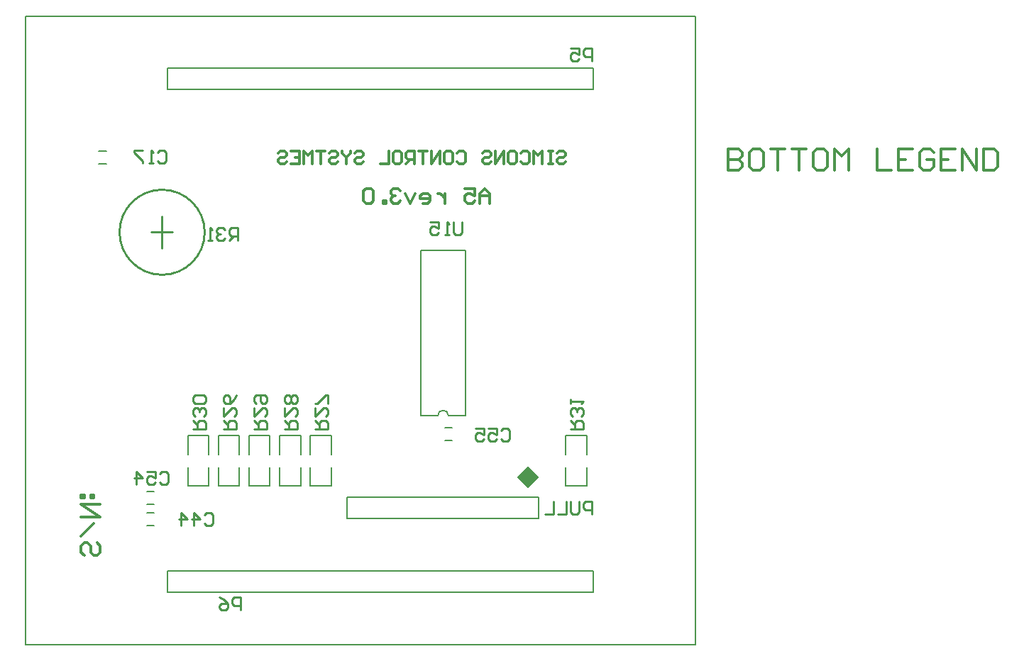
<source format=gbo>
%FSLAX25Y25*%
%MOIN*%
G70*
G01*
G75*
G04 Layer_Color=32896*
%ADD10C,0.03000*%
%ADD11C,0.01800*%
%ADD12C,0.02200*%
%ADD13C,0.00800*%
%ADD14C,0.01400*%
%ADD15C,0.01575*%
%ADD16C,0.19685*%
%ADD17O,0.07500X0.09000*%
%ADD18R,0.07500X0.09000*%
%ADD19C,0.09000*%
%ADD20R,0.09000X0.07500*%
%ADD21O,0.09000X0.07500*%
%ADD22C,0.07500*%
%ADD23C,0.09843*%
%ADD24R,0.06693X0.06693*%
%ADD25R,0.06693X0.06693*%
%ADD26C,0.01600*%
%ADD27C,0.00787*%
%ADD28C,0.01000*%
%ADD29C,0.20485*%
%ADD30O,0.08300X0.09800*%
%ADD31R,0.08300X0.09800*%
%ADD32C,0.09800*%
%ADD33R,0.09800X0.08300*%
%ADD34O,0.09800X0.08300*%
%ADD35C,0.08300*%
%ADD36R,0.07493X0.07493*%
%ADD37R,0.07493X0.07493*%
%ADD38C,0.01200*%
%ADD39P,0.10607X4X90.0*%
D13*
X590750Y495500D02*
X594250D01*
X590750Y489500D02*
X594250D01*
X657421Y468189D02*
Y477047D01*
Y482953D02*
Y491811D01*
X647579Y468189D02*
Y477047D01*
Y482953D02*
Y491811D01*
X657421D01*
X647579Y468189D02*
X657421D01*
X393701Y393701D02*
Y688976D01*
X708661D01*
Y393701D02*
Y688976D01*
X393701Y393701D02*
X708661D01*
X450750Y465500D02*
X454250D01*
X450750Y459500D02*
X454250D01*
X428250Y619500D02*
X431750D01*
X428250Y625500D02*
X431750D01*
X450750Y449500D02*
X454250D01*
X450750Y455500D02*
X454250D01*
X470079Y468189D02*
X479921D01*
X470079Y491811D02*
X479921D01*
X470079Y482953D02*
Y491811D01*
Y468189D02*
Y477047D01*
X479921Y482953D02*
Y491811D01*
Y468189D02*
Y477047D01*
X537421Y468189D02*
Y477047D01*
Y482953D02*
Y491811D01*
X527579Y468189D02*
Y477047D01*
Y482953D02*
Y491811D01*
X537421D01*
X527579Y468189D02*
X537421D01*
X513204D02*
X523046D01*
X513204Y491811D02*
X523046D01*
X513204Y482953D02*
Y491811D01*
Y468189D02*
Y477047D01*
X523046Y482953D02*
Y491811D01*
Y468189D02*
Y477047D01*
X508671Y468189D02*
Y477047D01*
Y482953D02*
Y491811D01*
X498829Y468189D02*
Y477047D01*
Y482953D02*
Y491811D01*
X508671D01*
X498829Y468189D02*
X508671D01*
X484454D02*
X494296D01*
X484454Y491811D02*
X494296D01*
X484454Y482953D02*
Y491811D01*
Y468189D02*
Y477047D01*
X494296Y482953D02*
Y491811D01*
Y468189D02*
Y477047D01*
D14*
X724000Y626697D02*
Y616700D01*
X728998D01*
X730664Y618366D01*
Y620032D01*
X728998Y621698D01*
X724000D01*
X728998D01*
X730664Y623364D01*
Y625031D01*
X728998Y626697D01*
X724000D01*
X738995D02*
X735663D01*
X733997Y625031D01*
Y618366D01*
X735663Y616700D01*
X738995D01*
X740661Y618366D01*
Y625031D01*
X738995Y626697D01*
X743994D02*
X750658D01*
X747326D01*
Y616700D01*
X753990Y626697D02*
X760655D01*
X757323D01*
Y616700D01*
X768986Y626697D02*
X765653D01*
X763987Y625031D01*
Y618366D01*
X765653Y616700D01*
X768986D01*
X770652Y618366D01*
Y625031D01*
X768986Y626697D01*
X773984Y616700D02*
Y626697D01*
X777316Y623364D01*
X780648Y626697D01*
Y616700D01*
X793977Y626697D02*
Y616700D01*
X800642D01*
X810639Y626697D02*
X803974D01*
Y616700D01*
X810639D01*
X803974Y621698D02*
X807306D01*
X820635Y625031D02*
X818969Y626697D01*
X815637D01*
X813971Y625031D01*
Y618366D01*
X815637Y616700D01*
X818969D01*
X820635Y618366D01*
Y621698D01*
X817303D01*
X830632Y626697D02*
X823968D01*
Y616700D01*
X830632D01*
X823968Y621698D02*
X827300D01*
X833965Y616700D02*
Y626697D01*
X840629Y616700D01*
Y626697D01*
X843961D02*
Y616700D01*
X848960D01*
X850626Y618366D01*
Y625031D01*
X848960Y626697D01*
X843961D01*
D27*
X592500Y501221D02*
G03*
X587500Y501221I-2500J0D01*
G01*
X460591Y428228D02*
X653091D01*
X660591D01*
Y418228D02*
Y428228D01*
X460591Y418228D02*
X660591D01*
X460591D02*
Y428228D01*
X544800Y452900D02*
Y462900D01*
Y452900D02*
X634800D01*
Y462900D01*
X544800D02*
X634800D01*
X579567Y501221D02*
X587500D01*
X592500D02*
X600433D01*
X579567Y578780D02*
X600433D01*
X579567Y501221D02*
Y578780D01*
X600433Y501221D02*
Y578780D01*
X660591Y654449D02*
Y664449D01*
X460591D02*
X660591D01*
X460591Y654449D02*
Y664449D01*
Y654449D02*
X468091D01*
X660591D01*
D28*
X478000Y587400D02*
G03*
X478000Y587400I-20000J0D01*
G01*
X453000D02*
X463000D01*
X458000Y579900D02*
Y594900D01*
X650000Y495000D02*
X655998D01*
Y497999D01*
X654998Y498999D01*
X652999D01*
X651999Y497999D01*
Y495000D01*
Y496999D02*
X650000Y498999D01*
X654998Y500998D02*
X655998Y501998D01*
Y503997D01*
X654998Y504997D01*
X653999D01*
X652999Y503997D01*
Y502997D01*
Y503997D01*
X651999Y504997D01*
X651000D01*
X650000Y503997D01*
Y501998D01*
X651000Y500998D01*
X650000Y506996D02*
Y508995D01*
Y507996D01*
X655998D01*
X654998Y506996D01*
X617301Y494098D02*
X618301Y495098D01*
X620300D01*
X621300Y494098D01*
Y490100D01*
X620300Y489100D01*
X618301D01*
X617301Y490100D01*
X611303Y495098D02*
X615302D01*
Y492099D01*
X613303Y493099D01*
X612303D01*
X611303Y492099D01*
Y490100D01*
X612303Y489100D01*
X614302D01*
X615302Y490100D01*
X605305Y495098D02*
X609304D01*
Y492099D01*
X607304Y493099D01*
X606305D01*
X605305Y492099D01*
Y490100D01*
X606305Y489100D01*
X608304D01*
X609304Y490100D01*
X457001Y473998D02*
X458001Y474998D01*
X460000D01*
X461000Y473998D01*
Y470000D01*
X460000Y469000D01*
X458001D01*
X457001Y470000D01*
X451003Y474998D02*
X455002D01*
Y471999D01*
X453003Y472999D01*
X452003D01*
X451003Y471999D01*
Y470000D01*
X452003Y469000D01*
X454002D01*
X455002Y470000D01*
X446005Y469000D02*
Y474998D01*
X449004Y471999D01*
X445005D01*
X598800Y592298D02*
Y587300D01*
X597800Y586300D01*
X595801D01*
X594801Y587300D01*
Y592298D01*
X592802Y586300D02*
X590803D01*
X591802D01*
Y592298D01*
X592802Y591298D01*
X583805Y592298D02*
X587804D01*
Y589299D01*
X585804Y590299D01*
X584804D01*
X583805Y589299D01*
Y587300D01*
X584804Y586300D01*
X586804D01*
X587804Y587300D01*
X493500Y583500D02*
Y589498D01*
X490501D01*
X489501Y588498D01*
Y586499D01*
X490501Y585499D01*
X493500D01*
X491501D02*
X489501Y583500D01*
X487502Y588498D02*
X486502Y589498D01*
X484503D01*
X483503Y588498D01*
Y587499D01*
X484503Y586499D01*
X485503D01*
X484503D01*
X483503Y585499D01*
Y584500D01*
X484503Y583500D01*
X486502D01*
X487502Y584500D01*
X481504Y583500D02*
X479504D01*
X480504D01*
Y589498D01*
X481504Y588498D01*
X472500Y495000D02*
X478498D01*
Y497999D01*
X477498Y498999D01*
X475499D01*
X474499Y497999D01*
Y495000D01*
Y496999D02*
X472500Y498999D01*
X477498Y500998D02*
X478498Y501998D01*
Y503997D01*
X477498Y504997D01*
X476499D01*
X475499Y503997D01*
Y502997D01*
Y503997D01*
X474499Y504997D01*
X473500D01*
X472500Y503997D01*
Y501998D01*
X473500Y500998D01*
X477498Y506996D02*
X478498Y507996D01*
Y509995D01*
X477498Y510995D01*
X473500D01*
X472500Y509995D01*
Y507996D01*
X473500Y506996D01*
X477498D01*
X501250Y495000D02*
X507248D01*
Y497999D01*
X506248Y498999D01*
X504249D01*
X503249Y497999D01*
Y495000D01*
Y496999D02*
X501250Y498999D01*
Y504997D02*
Y500998D01*
X505249Y504997D01*
X506248D01*
X507248Y503997D01*
Y501998D01*
X506248Y500998D01*
X502250Y506996D02*
X501250Y507996D01*
Y509995D01*
X502250Y510995D01*
X506248D01*
X507248Y509995D01*
Y507996D01*
X506248Y506996D01*
X505249D01*
X504249Y507996D01*
Y510995D01*
X515625Y495000D02*
X521623D01*
Y497999D01*
X520623Y498999D01*
X518624D01*
X517624Y497999D01*
Y495000D01*
Y496999D02*
X515625Y498999D01*
Y504997D02*
Y500998D01*
X519624Y504997D01*
X520623D01*
X521623Y503997D01*
Y501998D01*
X520623Y500998D01*
Y506996D02*
X521623Y507996D01*
Y509995D01*
X520623Y510995D01*
X519624D01*
X518624Y509995D01*
X517624Y510995D01*
X516625D01*
X515625Y509995D01*
Y507996D01*
X516625Y506996D01*
X517624D01*
X518624Y507996D01*
X519624Y506996D01*
X520623D01*
X518624Y507996D02*
Y509995D01*
X530000Y495000D02*
X535998D01*
Y497999D01*
X534998Y498999D01*
X532999D01*
X531999Y497999D01*
Y495000D01*
Y496999D02*
X530000Y498999D01*
Y504997D02*
Y500998D01*
X533999Y504997D01*
X534998D01*
X535998Y503997D01*
Y501998D01*
X534998Y500998D01*
X535998Y506996D02*
Y510995D01*
X534998D01*
X531000Y506996D01*
X530000D01*
X486875Y495000D02*
X492873D01*
Y497999D01*
X491873Y498999D01*
X489874D01*
X488874Y497999D01*
Y495000D01*
Y496999D02*
X486875Y498999D01*
Y504997D02*
Y500998D01*
X490874Y504997D01*
X491873D01*
X492873Y503997D01*
Y501998D01*
X491873Y500998D01*
X492873Y510995D02*
X491873Y508995D01*
X489874Y506996D01*
X487875D01*
X486875Y507996D01*
Y509995D01*
X487875Y510995D01*
X488874D01*
X489874Y509995D01*
Y506996D01*
X660000Y455000D02*
Y460998D01*
X657001D01*
X656001Y459998D01*
Y457999D01*
X657001Y456999D01*
X660000D01*
X654002Y460998D02*
Y456000D01*
X653002Y455000D01*
X651003D01*
X650003Y456000D01*
Y460998D01*
X648004D02*
Y455000D01*
X644005D01*
X642006Y460998D02*
Y455000D01*
X638007D01*
X495000Y410000D02*
Y415998D01*
X492001D01*
X491001Y414998D01*
Y412999D01*
X492001Y411999D01*
X495000D01*
X485003Y415998D02*
X487003Y414998D01*
X489002Y412999D01*
Y411000D01*
X488002Y410000D01*
X486003D01*
X485003Y411000D01*
Y411999D01*
X486003Y412999D01*
X489002D01*
X660000Y667800D02*
Y673798D01*
X657001D01*
X656001Y672798D01*
Y670799D01*
X657001Y669799D01*
X660000D01*
X650003Y673798D02*
X654002D01*
Y670799D01*
X652003Y671799D01*
X651003D01*
X650003Y670799D01*
Y668800D01*
X651003Y667800D01*
X653002D01*
X654002Y668800D01*
X478001Y454498D02*
X479001Y455498D01*
X481000D01*
X482000Y454498D01*
Y450500D01*
X481000Y449500D01*
X479001D01*
X478001Y450500D01*
X473003Y449500D02*
Y455498D01*
X476002Y452499D01*
X472003D01*
X467005Y449500D02*
Y455498D01*
X470004Y452499D01*
X466005D01*
X456001Y624998D02*
X457001Y625998D01*
X459000D01*
X460000Y624998D01*
Y621000D01*
X459000Y620000D01*
X457001D01*
X456001Y621000D01*
X454002Y620000D02*
X452003D01*
X453002D01*
Y625998D01*
X454002Y624998D01*
X449004Y625998D02*
X445005D01*
Y624998D01*
X449004Y621000D01*
Y620000D01*
D38*
X612000Y601000D02*
Y605665D01*
X609667Y607998D01*
X607335Y605665D01*
Y601000D01*
Y604499D01*
X612000D01*
X600337Y607998D02*
X605002D01*
Y604499D01*
X602670Y605665D01*
X601503D01*
X600337Y604499D01*
Y602166D01*
X601503Y601000D01*
X603836D01*
X605002Y602166D01*
X591007Y605665D02*
Y601000D01*
Y603333D01*
X589841Y604499D01*
X588674Y605665D01*
X587508D01*
X580510Y601000D02*
X582843D01*
X584009Y602166D01*
Y604499D01*
X582843Y605665D01*
X580510D01*
X579344Y604499D01*
Y603333D01*
X584009D01*
X577011Y605665D02*
X574679Y601000D01*
X572346Y605665D01*
X570014Y606832D02*
X568847Y607998D01*
X566515D01*
X565348Y606832D01*
Y605665D01*
X566515Y604499D01*
X567681D01*
X566515D01*
X565348Y603333D01*
Y602166D01*
X566515Y601000D01*
X568847D01*
X570014Y602166D01*
X563016Y601000D02*
Y602166D01*
X561849D01*
Y601000D01*
X563016D01*
X557184Y606832D02*
X556018Y607998D01*
X553686D01*
X552519Y606832D01*
Y602166D01*
X553686Y601000D01*
X556018D01*
X557184Y602166D01*
Y606832D01*
X643501Y624498D02*
X644501Y625498D01*
X646500D01*
X647500Y624498D01*
Y623499D01*
X646500Y622499D01*
X644501D01*
X643501Y621499D01*
Y620500D01*
X644501Y619500D01*
X646500D01*
X647500Y620500D01*
X641502Y625498D02*
X639503D01*
X640502D01*
Y619500D01*
X641502D01*
X639503D01*
X636504D02*
Y625498D01*
X634504Y623499D01*
X632505Y625498D01*
Y619500D01*
X626507Y624498D02*
X627506Y625498D01*
X629506D01*
X630506Y624498D01*
Y620500D01*
X629506Y619500D01*
X627506D01*
X626507Y620500D01*
X621508Y625498D02*
X623508D01*
X624507Y624498D01*
Y620500D01*
X623508Y619500D01*
X621508D01*
X620509Y620500D01*
Y624498D01*
X621508Y625498D01*
X618509Y619500D02*
Y625498D01*
X614511Y619500D01*
Y625498D01*
X608513Y624498D02*
X609512Y625498D01*
X611512D01*
X612511Y624498D01*
Y623499D01*
X611512Y622499D01*
X609512D01*
X608513Y621499D01*
Y620500D01*
X609512Y619500D01*
X611512D01*
X612511Y620500D01*
X596517Y624498D02*
X597516Y625498D01*
X599515D01*
X600515Y624498D01*
Y620500D01*
X599515Y619500D01*
X597516D01*
X596517Y620500D01*
X591518Y625498D02*
X593517D01*
X594517Y624498D01*
Y620500D01*
X593517Y619500D01*
X591518D01*
X590518Y620500D01*
Y624498D01*
X591518Y625498D01*
X588519Y619500D02*
Y625498D01*
X584520Y619500D01*
Y625498D01*
X582521D02*
X578522D01*
X580522D01*
Y619500D01*
X576523D02*
Y625498D01*
X573524D01*
X572524Y624498D01*
Y622499D01*
X573524Y621499D01*
X576523D01*
X574524D02*
X572524Y619500D01*
X567526Y625498D02*
X569525D01*
X570525Y624498D01*
Y620500D01*
X569525Y619500D01*
X567526D01*
X566526Y620500D01*
Y624498D01*
X567526Y625498D01*
X564527D02*
Y619500D01*
X560528D01*
X548532Y624498D02*
X549532Y625498D01*
X551531D01*
X552531Y624498D01*
Y623499D01*
X551531Y622499D01*
X549532D01*
X548532Y621499D01*
Y620500D01*
X549532Y619500D01*
X551531D01*
X552531Y620500D01*
X546533Y625498D02*
Y624498D01*
X544533Y622499D01*
X542534Y624498D01*
Y625498D01*
X544533Y622499D02*
Y619500D01*
X536536Y624498D02*
X537536Y625498D01*
X539535D01*
X540535Y624498D01*
Y623499D01*
X539535Y622499D01*
X537536D01*
X536536Y621499D01*
Y620500D01*
X537536Y619500D01*
X539535D01*
X540535Y620500D01*
X534537Y625498D02*
X530538D01*
X532537D01*
Y619500D01*
X528539D02*
Y625498D01*
X526539Y623499D01*
X524540Y625498D01*
Y619500D01*
X518542Y625498D02*
X522540D01*
Y619500D01*
X518542D01*
X522540Y622499D02*
X520541D01*
X512544Y624498D02*
X513543Y625498D01*
X515543D01*
X516542Y624498D01*
Y623499D01*
X515543Y622499D01*
X513543D01*
X512544Y621499D01*
Y620500D01*
X513543Y619500D01*
X515543D01*
X516542Y620500D01*
X427498Y441498D02*
X428997Y439998D01*
Y437000D01*
X427498Y435500D01*
X425998D01*
X424499Y437000D01*
Y439998D01*
X422999Y441498D01*
X421499D01*
X420000Y439998D01*
Y437000D01*
X421499Y435500D01*
X420000Y444497D02*
X425998Y450495D01*
X420000Y453494D02*
X428997D01*
X420000Y459492D01*
X428997D01*
X425998Y462491D02*
Y463991D01*
X424499D01*
Y462491D01*
X425998D01*
X421499D02*
Y463991D01*
X420000D01*
Y462491D01*
X421499D01*
D39*
X630000Y472197D02*
D03*
M02*

</source>
